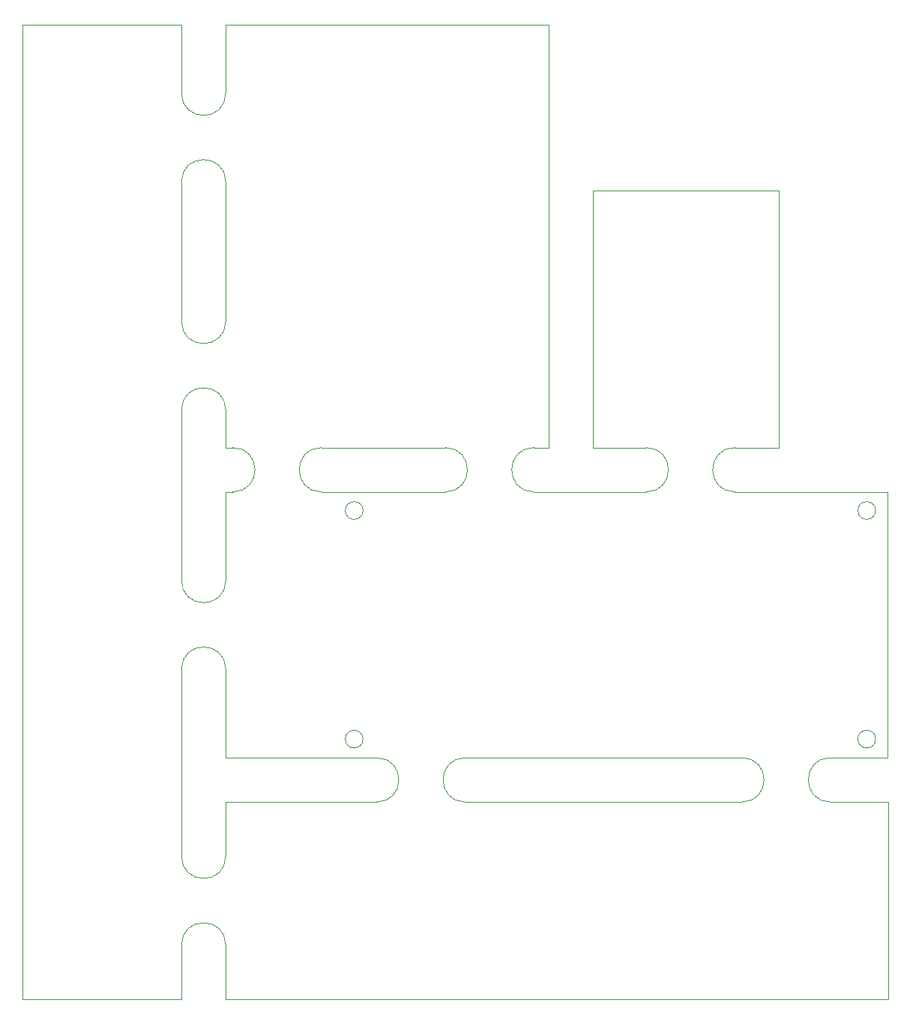
<source format=gbr>
%TF.GenerationSoftware,KiCad,Pcbnew,9.0.2*%
%TF.CreationDate,2025-07-24T13:27:54-05:00*%
%TF.ProjectId,clock,636c6f63-6b2e-46b6-9963-61645f706362,rev?*%
%TF.SameCoordinates,Original*%
%TF.FileFunction,Profile,NP*%
%FSLAX46Y46*%
G04 Gerber Fmt 4.6, Leading zero omitted, Abs format (unit mm)*
G04 Created by KiCad (PCBNEW 9.0.2) date 2025-07-24 13:27:54*
%MOMM*%
%LPD*%
G01*
G04 APERTURE LIST*
%TA.AperFunction,Profile*%
%ADD10C,0.100000*%
%TD*%
G04 APERTURE END LIST*
D10*
X129500000Y-124750000D02*
X134500000Y-124750000D01*
X119500000Y-129750000D02*
X106800000Y-129750000D01*
X146800001Y-187000000D02*
X72000000Y-187000000D01*
X146800001Y-164750000D02*
X146800001Y-187000000D01*
X140300001Y-164750000D02*
X146800001Y-164750000D01*
X99050000Y-159750000D02*
X130300001Y-159750000D01*
X67000000Y-94750000D02*
X67000000Y-110500000D01*
X72000000Y-170875000D02*
X72000000Y-164750000D01*
X72000000Y-77000000D02*
X108500000Y-77000000D01*
X72000000Y-110500000D02*
X72000000Y-94750000D01*
X49000000Y-77000000D02*
X67000000Y-77000000D01*
X96800000Y-129750000D02*
X82800000Y-129750000D01*
X108500000Y-124750000D02*
X106800000Y-124750000D01*
X72000000Y-124750000D02*
X72000000Y-120500000D01*
X89050001Y-159750001D02*
X72000000Y-159750000D01*
X113500000Y-95725000D02*
X113500000Y-124750000D01*
X72000000Y-180875000D02*
X72000000Y-187000000D01*
X140300000Y-159750000D02*
X146750000Y-159750000D01*
X113500000Y-124750000D02*
X119500049Y-124750000D01*
X72000000Y-159750000D02*
X72000000Y-149750000D01*
X134500000Y-95725000D02*
X113500000Y-95725000D01*
X146750000Y-159750000D02*
X146750000Y-129750000D01*
X108500000Y-77000000D02*
X108500000Y-124750000D01*
X146750000Y-129750000D02*
X129500000Y-129750000D01*
X67000000Y-187000000D02*
X49000000Y-187000000D01*
X67000000Y-170875000D02*
X67000000Y-149750000D01*
X67000000Y-180875000D02*
X67000000Y-187000000D01*
X72800000Y-124750000D02*
X72000000Y-124750000D01*
X49000000Y-187000000D02*
X49000000Y-77000000D01*
X67000000Y-77000000D02*
X67000000Y-84750000D01*
X99050001Y-164750000D02*
X130300001Y-164750000D01*
X72000000Y-164750000D02*
X89050001Y-164750000D01*
X72000000Y-84750000D02*
X72000000Y-77000000D01*
X96800000Y-124750000D02*
X82800000Y-124750000D01*
X72000000Y-129750000D02*
X72000000Y-139750000D01*
X134500000Y-124750000D02*
X134500000Y-95725000D01*
X67000000Y-120500000D02*
X67000000Y-139750000D01*
X72800000Y-129750000D02*
X72000000Y-129750000D01*
%TO.C,mouse-bite-5mm-slot*%
X96800000Y-124750000D02*
G75*
G02*
X96800000Y-129750000I0J-2500000D01*
G01*
X106800000Y-129750000D02*
G75*
G02*
X106800000Y-124750000I0J2500000D01*
G01*
X89050001Y-159750000D02*
G75*
G02*
X89050001Y-164750000I0J-2500000D01*
G01*
X99050001Y-164750000D02*
G75*
G02*
X99050001Y-159750000I0J2500000D01*
G01*
X130300001Y-159750000D02*
G75*
G02*
X130300001Y-164750000I0J-2500000D01*
G01*
X140300001Y-164750000D02*
G75*
G02*
X140300001Y-159750000I0J2500000D01*
G01*
X67000000Y-120500000D02*
G75*
G02*
X72000000Y-120500000I2500000J0D01*
G01*
X72000000Y-110500000D02*
G75*
G02*
X67000000Y-110500000I-2500000J0D01*
G01*
X72800000Y-124750000D02*
G75*
G02*
X72800000Y-129750000I0J-2500000D01*
G01*
X82800000Y-129750000D02*
G75*
G02*
X82800000Y-124750000I0J2500000D01*
G01*
X67000000Y-180875000D02*
G75*
G02*
X72000000Y-180875000I2500000J0D01*
G01*
X72000000Y-170875000D02*
G75*
G02*
X67000000Y-170875000I-2500000J0D01*
G01*
X67000000Y-149750000D02*
G75*
G02*
X72000000Y-149750000I2500000J0D01*
G01*
X72000000Y-139750000D02*
G75*
G02*
X67000000Y-139750000I-2500000J0D01*
G01*
X119500000Y-124750000D02*
G75*
G02*
X119500000Y-129750000I0J-2500000D01*
G01*
X129500000Y-129750000D02*
G75*
G02*
X129500000Y-124750000I0J2500000D01*
G01*
%TO.C,LCD1*%
X87500000Y-131850000D02*
G75*
G02*
X85500000Y-131850000I-1000000J0D01*
G01*
X85500000Y-131850000D02*
G75*
G02*
X87500000Y-131850000I1000000J0D01*
G01*
X87500000Y-157650000D02*
G75*
G02*
X85500000Y-157650000I-1000000J0D01*
G01*
X85500000Y-157650000D02*
G75*
G02*
X87500000Y-157650000I1000000J0D01*
G01*
X145400000Y-131850000D02*
G75*
G02*
X143400000Y-131850000I-1000000J0D01*
G01*
X143400000Y-131850000D02*
G75*
G02*
X145400000Y-131850000I1000000J0D01*
G01*
X145400000Y-157650000D02*
G75*
G02*
X143400000Y-157650000I-1000000J0D01*
G01*
X143400000Y-157650000D02*
G75*
G02*
X145400000Y-157650000I1000000J0D01*
G01*
%TO.C,mouse-bite-5mm-slot*%
X67000000Y-94750000D02*
G75*
G02*
X72000000Y-94750000I2500000J0D01*
G01*
X72000000Y-84750000D02*
G75*
G02*
X67000000Y-84750000I-2500000J0D01*
G01*
%TD*%
M02*

</source>
